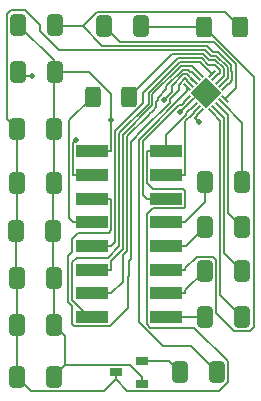
<source format=gbr>
%TF.GenerationSoftware,KiCad,Pcbnew,7.0.2-0*%
%TF.CreationDate,2023-11-12T18:23:23-05:00*%
%TF.ProjectId,Audio Module,41756469-6f20-44d6-9f64-756c652e6b69,rev?*%
%TF.SameCoordinates,Original*%
%TF.FileFunction,Copper,L1,Top*%
%TF.FilePolarity,Positive*%
%FSLAX46Y46*%
G04 Gerber Fmt 4.6, Leading zero omitted, Abs format (unit mm)*
G04 Created by KiCad (PCBNEW 7.0.2-0) date 2023-11-12 18:23:23*
%MOMM*%
%LPD*%
G01*
G04 APERTURE LIST*
G04 Aperture macros list*
%AMRoundRect*
0 Rectangle with rounded corners*
0 $1 Rounding radius*
0 $2 $3 $4 $5 $6 $7 $8 $9 X,Y pos of 4 corners*
0 Add a 4 corners polygon primitive as box body*
4,1,4,$2,$3,$4,$5,$6,$7,$8,$9,$2,$3,0*
0 Add four circle primitives for the rounded corners*
1,1,$1+$1,$2,$3*
1,1,$1+$1,$4,$5*
1,1,$1+$1,$6,$7*
1,1,$1+$1,$8,$9*
0 Add four rect primitives between the rounded corners*
20,1,$1+$1,$2,$3,$4,$5,0*
20,1,$1+$1,$4,$5,$6,$7,0*
20,1,$1+$1,$6,$7,$8,$9,0*
20,1,$1+$1,$8,$9,$2,$3,0*%
%AMRotRect*
0 Rectangle, with rotation*
0 The origin of the aperture is its center*
0 $1 length*
0 $2 width*
0 $3 Rotation angle, in degrees counterclockwise*
0 Add horizontal line*
21,1,$1,$2,0,0,$3*%
G04 Aperture macros list end*
%TA.AperFunction,SMDPad,CuDef*%
%ADD10R,2.750000X1.000000*%
%TD*%
%TA.AperFunction,SMDPad,CuDef*%
%ADD11RoundRect,0.250000X0.412500X0.650000X-0.412500X0.650000X-0.412500X-0.650000X0.412500X-0.650000X0*%
%TD*%
%TA.AperFunction,SMDPad,CuDef*%
%ADD12RoundRect,0.250000X-0.412500X-0.650000X0.412500X-0.650000X0.412500X0.650000X-0.412500X0.650000X0*%
%TD*%
%TA.AperFunction,SMDPad,CuDef*%
%ADD13RoundRect,0.250000X0.400000X0.625000X-0.400000X0.625000X-0.400000X-0.625000X0.400000X-0.625000X0*%
%TD*%
%TA.AperFunction,SMDPad,CuDef*%
%ADD14R,1.050000X0.650000*%
%TD*%
%TA.AperFunction,SMDPad,CuDef*%
%ADD15RotRect,0.200000X0.800000X135.000000*%
%TD*%
%TA.AperFunction,SMDPad,CuDef*%
%ADD16RotRect,0.200000X0.800000X45.000000*%
%TD*%
%TA.AperFunction,SMDPad,CuDef*%
%ADD17RotRect,1.800000X1.800000X45.000000*%
%TD*%
%TA.AperFunction,ViaPad*%
%ADD18C,0.500000*%
%TD*%
%TA.AperFunction,Conductor*%
%ADD19C,0.127000*%
%TD*%
G04 APERTURE END LIST*
D10*
%TO.P,J1,1,P1*%
%TO.N,+3.3V*%
X112930000Y-85060000D03*
%TO.P,J1,2,P2*%
%TO.N,GND*%
X106680000Y-85060000D03*
%TO.P,J1,3,P3*%
%TO.N,Headphones_L*%
X112930000Y-87060000D03*
%TO.P,J1,4,P4*%
%TO.N,SDA*%
X106680000Y-87060000D03*
%TO.P,J1,5,+12V*%
%TO.N,Headphones_R*%
X112930000Y-89060000D03*
%TO.P,J1,6,P6*%
%TO.N,SCL*%
X106680000Y-89060000D03*
%TO.P,J1,7,12V*%
%TO.N,Linein_L*%
X112930000Y-91060000D03*
%TO.P,J1,8,+12V*%
%TO.N,MCLK*%
X106680000Y-91060000D03*
%TO.P,J1,9,GND*%
%TO.N,Linein_R*%
X112930000Y-93060000D03*
%TO.P,J1,10,GND*%
%TO.N,LRCLCK*%
X106680000Y-93060000D03*
%TO.P,J1,11,GND*%
%TO.N,Mic*%
X112930000Y-95060000D03*
%TO.P,J1,12,GND*%
%TO.N,DOUT*%
X106680000Y-95060000D03*
%TO.P,J1,13,-12*%
%TO.N,Lineout_L*%
X112930000Y-97060000D03*
%TO.P,J1,14,-12V*%
%TO.N,DIN*%
X106680000Y-97060000D03*
%TO.P,J1,15,-12V*%
%TO.N,Lineout_R*%
X112930000Y-99060000D03*
%TO.P,J1,16,P16*%
%TO.N,BLCK*%
X106680000Y-99060000D03*
%TD*%
D11*
%TO.P,C14,1*%
%TO.N,Net-(IC1-LINEOUT_R)*%
X119380000Y-99060000D03*
%TO.P,C14,2*%
%TO.N,Lineout_R*%
X116255000Y-99060000D03*
%TD*%
D12*
%TO.P,C10,1*%
%TO.N,+3.3V*%
X100225700Y-91834300D03*
%TO.P,C10,2*%
%TO.N,GND*%
X103350700Y-91834300D03*
%TD*%
%TO.P,C5,1*%
%TO.N,+3.3V*%
X100314300Y-104140000D03*
%TO.P,C5,2*%
%TO.N,GND*%
X103439300Y-104140000D03*
%TD*%
%TO.P,C2,1*%
%TO.N,+3.3V*%
X100355500Y-95791900D03*
%TO.P,C2,2*%
%TO.N,GND*%
X103480500Y-95791900D03*
%TD*%
D13*
%TO.P,R1,1*%
%TO.N,Net-(IC1-MIC_BIAS)*%
X119246000Y-74511700D03*
%TO.P,R1,2*%
%TO.N,Mic*%
X116146000Y-74511700D03*
%TD*%
D11*
%TO.P,C13,1*%
%TO.N,Net-(IC1-LINEOUT_L)*%
X119347600Y-95164700D03*
%TO.P,C13,2*%
%TO.N,Lineout_L*%
X116222600Y-95164700D03*
%TD*%
D14*
%TO.P,IC2,1,GND*%
%TO.N,GND*%
X110873700Y-104732000D03*
%TO.P,IC2,2,OUT*%
%TO.N,Net-(IC2-OUT)*%
X110873700Y-102812000D03*
%TO.P,IC2,3,IN*%
%TO.N,+3.3V*%
X108673700Y-103772000D03*
%TD*%
D12*
%TO.P,C6,1*%
%TO.N,Net-(IC1-VAG)*%
X100420400Y-78339500D03*
%TO.P,C6,2*%
%TO.N,GND*%
X103545400Y-78339500D03*
%TD*%
D15*
%TO.P,IC1,1,HP_R*%
%TO.N,Headphones_R*%
X114722754Y-80628475D03*
%TO.P,IC1,2,HP_VGND*%
%TO.N,GND*%
X115005597Y-80911317D03*
%TO.P,IC1,3,VDDA*%
%TO.N,+3.3V*%
X115288440Y-81194160D03*
%TO.P,IC1,4,HP_L*%
%TO.N,Headphones_L*%
X115571283Y-81477003D03*
%TO.P,IC1,5,VAG*%
%TO.N,Net-(IC1-VAG)*%
X115854125Y-81759846D03*
D16*
%TO.P,IC1,6,LINEOUT_R*%
%TO.N,Net-(IC1-LINEOUT_R)*%
X116844075Y-81759846D03*
%TO.P,IC1,7,LINEOUT_L*%
%TO.N,Net-(IC1-LINEOUT_L)*%
X117126917Y-81477003D03*
%TO.P,IC1,8,LINEIN_R*%
%TO.N,Net-(IC1-LINEIN_R)*%
X117409760Y-81194160D03*
%TO.P,IC1,9,LINEIN_L*%
%TO.N,Net-(IC1-LINEIN_L)*%
X117692603Y-80911317D03*
%TO.P,IC1,10,MIC*%
%TO.N,Net-(IC1-MIC)*%
X117975446Y-80628475D03*
D15*
%TO.P,IC1,11,MIC_BIAS*%
%TO.N,Net-(IC1-MIC_BIAS)*%
X117975446Y-79638525D03*
%TO.P,IC1,12,VDDIO*%
%TO.N,+3.3V*%
X117692603Y-79355683D03*
%TO.P,IC1,13,SYS_MCLK*%
%TO.N,Net-(IC1-SYS_MCLK)*%
X117409760Y-79072840D03*
%TO.P,IC1,14,I2S_LRCLK*%
%TO.N,LRCLCK*%
X117126917Y-78789997D03*
%TO.P,IC1,15,I2S_SCLK*%
%TO.N,BLCK*%
X116844075Y-78507154D03*
D16*
%TO.P,IC1,16,I2S_DOUT*%
%TO.N,DOUT*%
X115854125Y-78507154D03*
%TO.P,IC1,17,I2S_DIN*%
%TO.N,DIN*%
X115571283Y-78789997D03*
%TO.P,IC1,18,CTRL_DATA*%
%TO.N,SDA*%
X115288440Y-79072840D03*
%TO.P,IC1,19,CTRL_CLK*%
%TO.N,SCL*%
X115005597Y-79355683D03*
%TO.P,IC1,20,VDDD*%
%TO.N,Net-(IC1-VDDD)*%
X114722754Y-79638525D03*
D17*
%TO.P,IC1,21,GND*%
%TO.N,GND*%
X116349100Y-80133500D03*
%TD*%
D12*
%TO.P,C8,1*%
%TO.N,Linein_R*%
X116255000Y-91440000D03*
%TO.P,C8,2*%
%TO.N,Net-(IC1-LINEIN_R)*%
X119380000Y-91440000D03*
%TD*%
%TO.P,C7,1*%
%TO.N,Net-(IC2-OUT)*%
X114109800Y-103707100D03*
%TO.P,C7,2*%
%TO.N,Net-(IC1-VDDD)*%
X117234800Y-103707100D03*
%TD*%
%TO.P,C3,1*%
%TO.N,+3.3V*%
X100355500Y-87746900D03*
%TO.P,C3,2*%
%TO.N,GND*%
X103480500Y-87746900D03*
%TD*%
%TO.P,C4,1*%
%TO.N,+3.3V*%
X100355500Y-99749500D03*
%TO.P,C4,2*%
%TO.N,GND*%
X103480500Y-99749500D03*
%TD*%
D11*
%TO.P,C12,1*%
%TO.N,Net-(IC1-MIC_BIAS)*%
X103565200Y-74339000D03*
%TO.P,C12,2*%
%TO.N,GND*%
X100440200Y-74339000D03*
%TD*%
%TO.P,C9,1*%
%TO.N,Net-(IC1-LINEIN_L)*%
X119406900Y-87629500D03*
%TO.P,C9,2*%
%TO.N,Linein_L*%
X116281900Y-87629500D03*
%TD*%
D12*
%TO.P,C11,1*%
%TO.N,Net-(IC1-MIC)*%
X107697600Y-74446800D03*
%TO.P,C11,2*%
%TO.N,Mic*%
X110822600Y-74446800D03*
%TD*%
%TO.P,C1,1*%
%TO.N,+3.3V*%
X100355500Y-83205400D03*
%TO.P,C1,2*%
%TO.N,GND*%
X103480500Y-83205400D03*
%TD*%
D13*
%TO.P,R2,1*%
%TO.N,Net-(IC1-SYS_MCLK)*%
X109831500Y-80415700D03*
%TO.P,R2,2*%
%TO.N,MCLK*%
X106731500Y-80415700D03*
%TD*%
D18*
%TO.N,GND*%
X114136900Y-81760300D03*
X108318600Y-82375800D03*
%TO.N,Net-(IC1-VAG)*%
X101554000Y-78698600D03*
X115722100Y-82566300D03*
%TO.N,SDA*%
X105335000Y-84092200D03*
X112746600Y-80713300D03*
%TD*%
D19*
%TO.N,+3.3V*%
X114664500Y-81818100D02*
X115288400Y-81194200D01*
X100355500Y-104140000D02*
X100355500Y-99749500D01*
X114568700Y-88447100D02*
X114568700Y-89737700D01*
X100355500Y-99749500D02*
X100355500Y-95791900D01*
X111291400Y-99706000D02*
X111602500Y-100017100D01*
X117692600Y-79355700D02*
X118161900Y-78886400D01*
X103854200Y-76463100D02*
X102237100Y-74846000D01*
X108673700Y-104360600D02*
X107718500Y-105315800D01*
X107718500Y-105315800D02*
X101531300Y-105315800D01*
X111868600Y-89823700D02*
X111291400Y-90400900D01*
X100355500Y-104140000D02*
X100314300Y-104140000D01*
X115335200Y-100017100D02*
X118164800Y-102846700D01*
X117210200Y-76949400D02*
X116720900Y-76949400D01*
X118161900Y-78886400D02*
X118151200Y-78875800D01*
X114664500Y-81961300D02*
X114664500Y-81818100D01*
X100355500Y-95791900D02*
X100225700Y-95662100D01*
X109633800Y-105320700D02*
X108673700Y-104360600D01*
X101531300Y-105315800D02*
X100355500Y-104140000D01*
X118151200Y-77890400D02*
X117210200Y-76949400D01*
X114568700Y-89737700D02*
X114482700Y-89823700D01*
X112930000Y-85060000D02*
X112930000Y-83695800D01*
X111291400Y-85060000D02*
X111291400Y-87721100D01*
X99476400Y-82326300D02*
X100355500Y-83205400D01*
X111602500Y-100017100D02*
X115335200Y-100017100D01*
X102237100Y-74334300D02*
X101032200Y-73129400D01*
X116234600Y-76463100D02*
X103854200Y-76463100D01*
X118151200Y-78875800D02*
X118151200Y-77890400D01*
X114399800Y-88278200D02*
X114568700Y-88447100D01*
X114482700Y-89823700D02*
X111868600Y-89823700D01*
X99476400Y-73436900D02*
X99476400Y-82326300D01*
X111291400Y-90400900D02*
X111291400Y-99706000D01*
X100355500Y-87746900D02*
X100355500Y-91704500D01*
X116720900Y-76949400D02*
X116234600Y-76463100D01*
X118164800Y-102846700D02*
X118164800Y-104593200D01*
X111848500Y-88278200D02*
X114399800Y-88278200D01*
X100225700Y-95662100D02*
X100225700Y-91834300D01*
X100355500Y-91704500D02*
X100225700Y-91834300D01*
X108673700Y-103772000D02*
X108673700Y-104360600D01*
X117437300Y-105320700D02*
X109633800Y-105320700D01*
X100355500Y-87746900D02*
X100355500Y-83205400D01*
X102237100Y-74846000D02*
X102237100Y-74334300D01*
X101032200Y-73129400D02*
X99783900Y-73129400D01*
X99783900Y-73129400D02*
X99476400Y-73436900D01*
X112930000Y-83695800D02*
X114664500Y-81961300D01*
X111291400Y-87721100D02*
X111848500Y-88278200D01*
X118164800Y-104593200D02*
X117437300Y-105320700D01*
X112930000Y-85060000D02*
X111291400Y-85060000D01*
%TO.N,GND*%
X108318600Y-82375800D02*
X108318600Y-80227700D01*
X114156600Y-81760300D02*
X115005600Y-80911300D01*
X104396000Y-103183300D02*
X104396000Y-100665000D01*
X103545400Y-77444200D02*
X100440200Y-74339000D01*
X103480500Y-83205400D02*
X103480500Y-87746900D01*
X108318600Y-85060000D02*
X108318600Y-82375800D01*
X106430400Y-78339500D02*
X103545400Y-78339500D01*
X114136900Y-81760300D02*
X114156600Y-81760300D01*
X108318600Y-80227700D02*
X106430400Y-78339500D01*
X103480500Y-78404400D02*
X103545400Y-78339500D01*
X103480500Y-87746900D02*
X103350700Y-87876700D01*
X106680000Y-85060000D02*
X108318600Y-85060000D01*
X110873700Y-104732000D02*
X110873700Y-104143400D01*
X103480500Y-95791900D02*
X103350700Y-95662100D01*
X103350700Y-95662100D02*
X103350700Y-91834300D01*
X104396000Y-100665000D02*
X103480500Y-99749500D01*
X110873700Y-104143400D02*
X109913600Y-103183300D01*
X116349100Y-80133500D02*
X115783400Y-80133500D01*
X103545400Y-78339500D02*
X103545400Y-77444200D01*
X103350700Y-87876700D02*
X103350700Y-91834300D01*
X103439300Y-104140000D02*
X104396000Y-103183300D01*
X115783400Y-80133500D02*
X115005600Y-80911300D01*
X103480500Y-99749500D02*
X103480500Y-95791900D01*
X109913600Y-103183300D02*
X104396000Y-103183300D01*
X103480500Y-83205400D02*
X103480500Y-78404400D01*
%TO.N,Net-(IC1-VAG)*%
X115384900Y-82229000D02*
X115722100Y-82566300D01*
X100779500Y-78698600D02*
X100420400Y-78339500D01*
X115854100Y-81759800D02*
X115384900Y-82229000D01*
X101554000Y-78698600D02*
X100779500Y-78698600D01*
%TO.N,Net-(IC2-OUT)*%
X113214700Y-102812000D02*
X114109800Y-103707100D01*
X110873700Y-102812000D02*
X113214700Y-102812000D01*
%TO.N,Net-(IC1-VDDD)*%
X110626500Y-84066500D02*
X110626500Y-99518000D01*
X114722800Y-79970200D02*
X110626500Y-84066500D01*
X112654700Y-101546200D02*
X115073900Y-101546200D01*
X115073900Y-101546200D02*
X117234800Y-103707100D01*
X114722800Y-79638500D02*
X114722800Y-79970200D01*
X110626500Y-99518000D02*
X112654700Y-101546200D01*
%TO.N,Net-(IC1-LINEIN_R)*%
X117409800Y-81194200D02*
X118232200Y-82016600D01*
X118232200Y-90292200D02*
X119380000Y-91440000D01*
X118232200Y-82016600D02*
X118232200Y-90292200D01*
%TO.N,Net-(IC1-LINEIN_L)*%
X119406900Y-82625600D02*
X119406900Y-87629500D01*
X117692600Y-80911300D02*
X119406900Y-82625600D01*
%TO.N,Net-(IC1-SYS_MCLK)*%
X117079900Y-77281700D02*
X116562700Y-77281700D01*
X116101200Y-76820200D02*
X113427000Y-76820200D01*
X117409800Y-79072800D02*
X117824100Y-78658500D01*
X116562700Y-77281700D02*
X116101200Y-76820200D01*
X117824100Y-78025900D02*
X117079900Y-77281700D01*
X113427000Y-76820200D02*
X109831500Y-80415700D01*
X117824100Y-78658500D02*
X117824100Y-78025900D01*
%TO.N,LRCLCK*%
X116518800Y-77719200D02*
X115946900Y-77147300D01*
X117126900Y-78790000D02*
X117497000Y-78419900D01*
X115946900Y-77147300D02*
X113958300Y-77147300D01*
X111023200Y-80995200D02*
X108645800Y-83372600D01*
X108645800Y-92732800D02*
X108318600Y-93060000D01*
X108645800Y-83372600D02*
X108645800Y-92732800D01*
X117497000Y-78419900D02*
X117497000Y-78161400D01*
X117497000Y-78161400D02*
X117054800Y-77719200D01*
X111023200Y-80082400D02*
X111023200Y-80995200D01*
X117054800Y-77719200D02*
X116518800Y-77719200D01*
X113958300Y-77147300D02*
X111023200Y-80082400D01*
X106680000Y-93060000D02*
X108318600Y-93060000D01*
%TO.N,BLCK*%
X104987800Y-94437600D02*
X104987800Y-97660200D01*
X114093800Y-77474400D02*
X111466000Y-80102200D01*
X111466000Y-80102200D02*
X111466000Y-81015000D01*
X115811300Y-77474400D02*
X114093800Y-77474400D01*
X105365400Y-94060000D02*
X104987800Y-94437600D01*
X111466000Y-81015000D02*
X108972900Y-83508100D01*
X108972900Y-83508100D02*
X108972900Y-93096100D01*
X108972900Y-93096100D02*
X108009000Y-94060000D01*
X108009000Y-94060000D02*
X105365400Y-94060000D01*
X104987800Y-97660200D02*
X106387600Y-99060000D01*
X116844100Y-78507200D02*
X115811300Y-77474400D01*
X106387600Y-99060000D02*
X106680000Y-99060000D01*
%TO.N,DOUT*%
X115148400Y-77801500D02*
X114229300Y-77801500D01*
X106680000Y-95060000D02*
X108318600Y-95060000D01*
X114229300Y-77801500D02*
X111793100Y-80237700D01*
X111793100Y-80237700D02*
X111793100Y-81150500D01*
X109300000Y-83643600D02*
X109300000Y-93359200D01*
X115854100Y-78507200D02*
X115148400Y-77801500D01*
X109300000Y-93359200D02*
X108318600Y-94340600D01*
X108318600Y-94340600D02*
X108318600Y-95060000D01*
X111793100Y-81150500D02*
X109300000Y-83643600D01*
%TO.N,DIN*%
X111808100Y-81598100D02*
X111808100Y-81598200D01*
X112966400Y-79767200D02*
X112233000Y-80500600D01*
X109627100Y-93494700D02*
X109300900Y-93820900D01*
X111477700Y-81928600D02*
X111477700Y-81940900D01*
X109628000Y-83790600D02*
X109628000Y-86910400D01*
X109628000Y-86910400D02*
X109627100Y-86911300D01*
X114364800Y-78128600D02*
X112966400Y-79527000D01*
X111808100Y-81598200D02*
X111477700Y-81928600D01*
X115571300Y-78790000D02*
X115102100Y-78320700D01*
X115102000Y-78320800D02*
X114965600Y-78320800D01*
X106680000Y-97060000D02*
X108318600Y-97060000D01*
X112120200Y-80835800D02*
X112120200Y-81286000D01*
X109300900Y-93820900D02*
X109300900Y-96077700D01*
X112966400Y-79527000D02*
X112966400Y-79767200D01*
X112233000Y-80723000D02*
X112120200Y-80835800D01*
X111477700Y-81940900D02*
X109628000Y-83790600D01*
X112233000Y-80500600D02*
X112233000Y-80723000D01*
X114965600Y-78320800D02*
X114773400Y-78128600D01*
X112120200Y-81286000D02*
X111808100Y-81598100D01*
X114773400Y-78128600D02*
X114364800Y-78128600D01*
X109627100Y-86911300D02*
X109627100Y-93494700D01*
X115102100Y-78320700D02*
X115102000Y-78320800D01*
X109300900Y-96077700D02*
X108318600Y-97060000D01*
%TO.N,SDA*%
X112746600Y-80713300D02*
X112746600Y-80676400D01*
X113408800Y-79547200D02*
X114418600Y-78537400D01*
X114701700Y-78537400D02*
X115237100Y-79072800D01*
X114418600Y-78537400D02*
X114701700Y-78537400D01*
X105041400Y-87060000D02*
X105041400Y-84385800D01*
X106680000Y-87060000D02*
X105041400Y-87060000D01*
X105041400Y-84385800D02*
X105335000Y-84092200D01*
X115237100Y-79072800D02*
X115288400Y-79072800D01*
X112746600Y-80676400D02*
X113408800Y-80014200D01*
X113408800Y-80014200D02*
X113408800Y-79547200D01*
%TO.N,SCL*%
X104987800Y-99659300D02*
X104987800Y-98122800D01*
X109735900Y-95669700D02*
X109735900Y-98311400D01*
X114019500Y-79865900D02*
X113929800Y-79955600D01*
X113260200Y-80926100D02*
X111029200Y-83157100D01*
X104987800Y-92438000D02*
X105491900Y-91933900D01*
X111029200Y-83157100D02*
X111029200Y-83201200D01*
X113929800Y-79968800D02*
X113260200Y-80638400D01*
X109972400Y-84258000D02*
X109972400Y-94174100D01*
X104660700Y-97795700D02*
X104660700Y-93924500D01*
X105491900Y-91933900D02*
X108119000Y-91933900D01*
X109972400Y-94174100D02*
X109788100Y-94358400D01*
X106680000Y-89060000D02*
X108318600Y-89060000D01*
X108318600Y-91734300D02*
X108318600Y-89060000D01*
X109788100Y-94358400D02*
X109788100Y-95617500D01*
X104987800Y-93597400D02*
X104987800Y-92438000D01*
X111029200Y-83201200D02*
X109972400Y-84258000D01*
X113260200Y-80638400D02*
X113260200Y-80926100D01*
X104660700Y-93924500D02*
X104987800Y-93597400D01*
X115005600Y-79355700D02*
X114536400Y-78886400D01*
X114536400Y-78886400D02*
X114019500Y-79403300D01*
X114019500Y-79403300D02*
X114019500Y-79865900D01*
X108223600Y-99823700D02*
X105152200Y-99823700D01*
X104987800Y-98122800D02*
X104660700Y-97795700D01*
X108119000Y-91933900D02*
X108318600Y-91734300D01*
X109735900Y-98311400D02*
X108223600Y-99823700D01*
X113929800Y-79955600D02*
X113929800Y-79968800D01*
X109788100Y-95617500D02*
X109735900Y-95669700D01*
X105152200Y-99823700D02*
X104987800Y-99659300D01*
%TO.N,MCLK*%
X104714300Y-82432900D02*
X104714300Y-90732900D01*
X106680000Y-91060000D02*
X105041400Y-91060000D01*
X104714300Y-90732900D02*
X105041400Y-91060000D01*
X106731500Y-80415700D02*
X104714300Y-82432900D01*
%TO.N,Linein_R*%
X114635000Y-93060000D02*
X116255000Y-91440000D01*
X112930000Y-93060000D02*
X114635000Y-93060000D01*
%TO.N,Linein_L*%
X116281900Y-89346700D02*
X116281900Y-87629500D01*
X114568600Y-91060000D02*
X116281900Y-89346700D01*
X112930000Y-91060000D02*
X114568600Y-91060000D01*
%TO.N,Net-(IC1-MIC)*%
X118882200Y-77696200D02*
X116994800Y-75808800D01*
X109059600Y-75808800D02*
X107697600Y-74446800D01*
X117975400Y-80628500D02*
X118882200Y-79721700D01*
X118882200Y-79721700D02*
X118882200Y-77696200D01*
X116994800Y-75808800D02*
X109059600Y-75808800D01*
%TO.N,Mic*%
X120041400Y-100237000D02*
X120379300Y-99899100D01*
X110887500Y-74511700D02*
X110822600Y-74446800D01*
X114568600Y-94964600D02*
X115548000Y-93985200D01*
X117209100Y-94285600D02*
X117209100Y-98735500D01*
X115548000Y-93985200D02*
X116908700Y-93985200D01*
X117209100Y-98735500D02*
X118710600Y-100237000D01*
X116908700Y-93985200D02*
X117209100Y-94285600D01*
X112930000Y-95060000D02*
X114568600Y-95060000D01*
X116160300Y-74511700D02*
X116146000Y-74511700D01*
X120379300Y-99899100D02*
X120379300Y-78730700D01*
X114568600Y-95060000D02*
X114568600Y-94964600D01*
X120379300Y-78730700D02*
X116160300Y-74511700D01*
X118710600Y-100237000D02*
X120041400Y-100237000D01*
X116146000Y-74511700D02*
X110887500Y-74511700D01*
%TO.N,Net-(IC1-MIC_BIAS)*%
X118521400Y-78256400D02*
X118478300Y-78213300D01*
X105874700Y-74460600D02*
X107114400Y-73220900D01*
X118444700Y-79169200D02*
X118444600Y-79169200D01*
X118444600Y-79066300D02*
X118521400Y-78989500D01*
X118478300Y-78213300D02*
X118478300Y-77754900D01*
X103686900Y-74460700D02*
X105874600Y-74460700D01*
X107114400Y-73220900D02*
X117955200Y-73220900D01*
X118444600Y-79169200D02*
X118444600Y-79066300D01*
X118478300Y-77754900D02*
X117345700Y-76622300D01*
X105874600Y-74460700D02*
X105874700Y-74460600D01*
X118521400Y-78989500D02*
X118521400Y-78256400D01*
X117955200Y-73220900D02*
X119246000Y-74511700D01*
X117345700Y-76622300D02*
X116887300Y-76622300D01*
X116401000Y-76136000D02*
X107550000Y-76136000D01*
X103565200Y-74339000D02*
X103686900Y-74460700D01*
X107550000Y-76136000D02*
X105874700Y-74460600D01*
X116887300Y-76622300D02*
X116401000Y-76136000D01*
X117975400Y-79638500D02*
X118444700Y-79169200D01*
%TO.N,Net-(IC1-LINEOUT_L)*%
X117126900Y-81477000D02*
X117878300Y-82228400D01*
X117878300Y-82228400D02*
X117878300Y-93695400D01*
X117878300Y-93695400D02*
X119347600Y-95164700D01*
%TO.N,Lineout_L*%
X114568600Y-96818700D02*
X116222600Y-95164700D01*
X112930000Y-97060000D02*
X114568600Y-97060000D01*
X114568600Y-97060000D02*
X114568600Y-96818700D01*
%TO.N,Net-(IC1-LINEOUT_R)*%
X116844100Y-81759800D02*
X117551100Y-82466800D01*
X117551100Y-97231100D02*
X119380000Y-99060000D01*
X117551100Y-82466800D02*
X117551100Y-97231100D01*
%TO.N,Lineout_R*%
X112930000Y-99060000D02*
X116255000Y-99060000D01*
%TO.N,Headphones_R*%
X110964200Y-84206600D02*
X114073100Y-81097700D01*
X110964200Y-88732800D02*
X110964200Y-84206600D01*
X114073100Y-81097700D02*
X114253500Y-81097700D01*
X114253500Y-81097700D02*
X114253600Y-81097700D01*
X114722800Y-80628500D02*
X114253600Y-81097700D01*
X112930000Y-89060000D02*
X111291400Y-89060000D01*
X111291400Y-89060000D02*
X110964200Y-88732800D01*
%TO.N,Headphones_L*%
X115571300Y-81477000D02*
X115102000Y-81946300D01*
X114568600Y-82519800D02*
X115102000Y-81986400D01*
X112930000Y-87060000D02*
X114568600Y-87060000D01*
X114568600Y-87060000D02*
X114568600Y-82519800D01*
X115102000Y-81986400D02*
X115102000Y-81946300D01*
%TD*%
M02*

</source>
